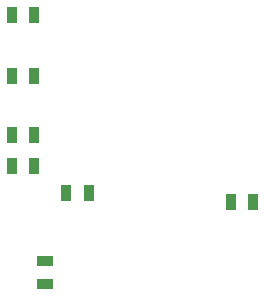
<source format=gbp>
G04 #@! TF.FileFunction,Paste,Bot*
%FSLAX46Y46*%
G04 Gerber Fmt 4.6, Leading zero omitted, Abs format (unit mm)*
G04 Created by KiCad (PCBNEW 4.0.1-stable) date 2/6/2016 4:43:16 PM*
%MOMM*%
G01*
G04 APERTURE LIST*
%ADD10C,0.100000*%
%ADD11R,0.889000X1.397000*%
%ADD12R,1.397000X0.889000*%
G04 APERTURE END LIST*
D10*
D11*
X137797500Y-106500000D03*
X139702500Y-106500000D03*
X133159500Y-91440000D03*
X135064500Y-91440000D03*
X133159500Y-96647000D03*
X135064500Y-96647000D03*
X151701500Y-107315000D03*
X153606500Y-107315000D03*
X135064500Y-101600000D03*
X133159500Y-101600000D03*
X135064500Y-104267000D03*
X133159500Y-104267000D03*
D12*
X136000000Y-114202500D03*
X136000000Y-112297500D03*
M02*

</source>
